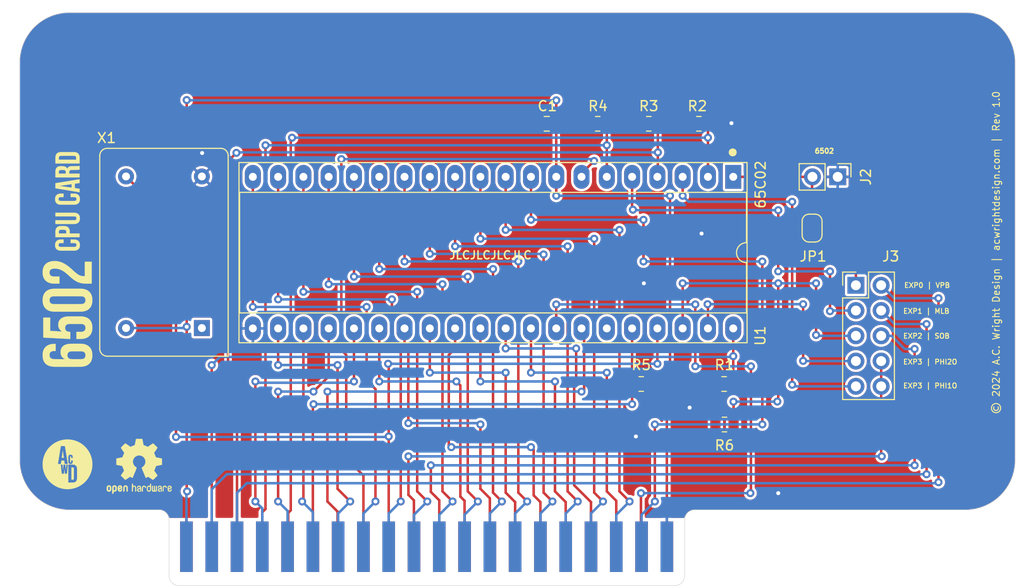
<source format=kicad_pcb>
(kicad_pcb (version 20241229) (generator "pcbnew") (generator_version "9.0")
  (title_block (title "6502 CPU Card") (date "2024-07-03") (rev "1.0") (company "A.C. Wright Design"))
  (layers (0 "F.Cu" signal "Top") (2 "B.Cu" signal "Bottom") (13 "F.Paste" user) (15 "B.Paste" user) (5 "F.SilkS" user "F.Silkscreen") (7 "B.SilkS" user "B.Silkscreen") (1 "F.Mask" user) (3 "B.Mask" user) (25 "Edge.Cuts" user))
  (net 0 "")
  (net 1 "D7")
  (net 2 "PHI2")
  (net 3 "D0")
  (net 4 "A2")
  (net 5 "RWB")
  (net 6 "A4")
  (net 7 "D6")
  (net 8 "A13")
  (net 9 "A7")
  (net 10 "A6")
  (net 11 "A15")
  (net 12 "A8")
  (net 13 "A0")
  (net 14 "D4")
  (net 15 "D3")
  (net 16 "A1")
  (net 17 "D5")
  (net 18 "A14")
  (net 19 "A5")
  (net 20 "SYNC")
  (net 21 "D2")
  (net 22 "A10")
  (net 23 "A9")
  (net 24 "D1")
  (net 25 "GND")
  (net 26 "VCC")
  (net 27 "BE")
  (net 28 "RDY")
  (net 29 "A11")
  (net 30 "EXP1")
  (net 31 "EXP2")
  (net 32 "EXP3")
  (net 33 "A12")
  (net 34 "EXP0")
  (net 36 "VPB")
  (net 37 "PHI1O")
  (net 38 "A3")
  (net 39 "NMIB")
  (net 40 "IRQB")
  (net 41 "RESB")
  (net 42 "SOB")
  (net 43 "PHI2O")
  (net 44 "MLB")
  (footprint "Resistor_SMD:R_0805_2012Metric" (layer "F.Cu") (at 169.2675 113.538 180)
    (property "Reference" "R1")
    (property "Value" "1k" (hide yes))
  )
  (footprint "Resistor_SMD:R_0805_2012Metric" (layer "F.Cu") (at 161.6945 87.376 180)
    (property "Reference" "R3")
    (property "Value" "1k" (hide yes))
  )
  (footprint "Resistor_SMD:R_0805_2012Metric" (layer "F.Cu") (at 160.9325 113.538)
    (property "Reference" "R5")
    (property "Value" "1k" (hide yes))
  )
  (footprint "6502 Parts:6502 Card Edge" (layer "F.Cu") (at 115.25 132.44)
    (property "Reference" "J1" (hide yes))
    (property "Value" "6502 Card Edge" (hide yes))
  )
  (footprint "Package_DIP:DIP-40_W15.24mm_Socket_LongPads" (layer "F.Cu") (at 170.18 92.71 -90)
    (property "Reference" "U1")
    (property "Value" "65C02")
  )
  (footprint "A.C. Wright Logo:A.C. Wright Logo 5mm" (layer "F.Cu") (at 103.3011 121.6136)
    (property "Reference" "G***" (hide yes))
    (property "Value" "LOGO" (hide yes))
  )
  (footprint "6502 Logos:6502 CPU Card Logo 5mm" (layer "F.Cu") (at 103.30081 99.306447 90)
    (property "Reference" "G***" (hide yes))
    (property "Value" "LOGO" (hide yes))
  )
  (footprint "Resistor_SMD:R_0805_2012Metric" (layer "F.Cu") (at 166.7275 87.376 180)
    (property "Reference" "R2")
    (property "Value" "1k" (hide yes))
  )
  (footprint "Resistor_SMD:R_0805_2012Metric" (layer "F.Cu") (at 156.5675 87.376 180)
    (property "Reference" "R4")
    (property "Value" "1k" (hide yes))
  )
  (footprint "Capacitor_SMD:C_0805_2012Metric" (layer "F.Cu") (at 151.445 87.376 180)
    (property "Reference" "C1")
    (property "Value" "100nF" (hide yes))
  )
  (footprint "Connector_PinHeader_2.54mm:PinHeader_1x02_P2.54mm_Vertical" (layer "F.Cu") (at 180.6761 92.7136 -90)
    (property "Reference" "J2")
    (property "Value" "Conn_01x02" (hide yes))
  )
  (footprint "Jumper:SolderJumper-2_P1.3mm_Open_RoundedPad1.0x1.5mm" (layer "F.Cu") (at 178.1011 97.8636 90)
    (property "Reference" "JP1")
    (property "Value" "SolderJumper_2_Open" (hide yes))
  )
  (footprint "Symbol:OSHW-Logo2_7.3x6mm_SilkScreen" (layer "F.Cu") (at 110.5011 121.8136)
    (property "Reference" "REF**" (hide yes))
    (property "Value" "OSHW-Logo2_7.3x6mm_SilkScreen" (hide yes))
  )
  (footprint "Oscillator:Oscillator_DIP-14" (layer "F.Cu") (at 116.8011 107.9136 90)
    (property "Reference" "X1")
    (property "Value" "OCXO-14" (hide yes))
  )
  (footprint "Resistor_SMD:R_0805_2012Metric" (layer "F.Cu") (at 169.3011 117.6136 180)
    (property "Reference" "R6")
    (property "Value" "1k" (hide yes))
  )
  (footprint "Connector_PinHeader_2.54mm:PinHeader_2x05_P2.54mm_Vertical" (layer "F.Cu") (at 182.5011 103.6136)
    (property "Reference" "J3")
    (property "Value" "Conn_02x05_Odd_Even" (hide yes))
  )
  (gr_circle (center 170.1271 90.2526) (end 170.3271 90.2526) (stroke (width 0.4)) (fill no) (layer "F.SilkS"))
  (gr_line (start 165.3011 132.8136) (end 165.3011 127.1936) (stroke (width 0.05)) (layer "Edge.Cuts"))
  (gr_line (start 166.3011 126.1936) (end 193.5011 126.1936) (stroke (width 0.05)) (layer "Edge.Cuts"))
  (gr_line (start 198.5011 121.1936) (end 198.5011 81.1936) (stroke (width 0.05)) (layer "Edge.Cuts"))
  (gr_arc (start 112.5011 126.1936) (mid 113.208207 126.486493) (end 113.5011 127.1936) (stroke (width 0.05)) (layer "Edge.Cuts"))
  (gr_arc (start 103.5011 126.1936) (mid 99.965566 124.729134) (end 98.5011 121.1936) (stroke (width 0.05)) (layer "Edge.Cuts"))
  (gr_arc (start 114.5011 133.8136) (mid 113.793993 133.520707) (end 113.5011 132.8136) (stroke (width 0.05)) (layer "Edge.Cuts"))
  (gr_line (start 103.5011 126.1936) (end 112.5011 126.1936) (stroke (width 0.05)) (layer "Edge.Cuts"))
  (gr_arc (start 198.5011 121.1936) (mid 197.036634 124.729134) (end 193.5011 126.1936) (stroke (width 0.05)) (layer "Edge.Cuts"))
  (gr_line (start 114.5011 133.8136) (end 164.3011 133.8136) (stroke (width 0.05)) (layer "Edge.Cuts"))
  (gr_arc (start 165.3011 132.8136) (mid 165.008207 133.520707) (end 164.3011 133.8136) (stroke (width 0.05)) (layer "Edge.Cuts"))
  (gr_line (start 193.5011 76.1936) (end 103.5011 76.1936) (stroke (width 0.05)) (layer "Edge.Cuts"))
  (gr_line (start 113.5011 127.1936) (end 113.5011 132.8136) (stroke (width 0.05)) (layer "Edge.Cuts"))
  (gr_line (start 98.5011 81.1936) (end 98.5011 121.1936) (stroke (width 0.05)) (layer "Edge.Cuts"))
  (gr_arc (start 165.3011 127.1936) (mid 165.593993 126.486493) (end 166.3011 126.1936) (stroke (width 0.05)) (layer "Edge.Cuts"))
  (gr_arc (start 193.5011 76.1936) (mid 197.036634 77.658066) (end 198.5011 81.1936) (stroke (width 0.05)) (layer "Edge.Cuts"))
  (gr_arc (start 98.5011 81.1936) (mid 99.965566 77.658066) (end 103.5011 76.1936) (stroke (width 0.05)) (layer "Edge.Cuts"))
  (gr_text "EXP3 | PHI2O" (at 187.2011 111.3136 0) (layer "F.SilkS") (effects (font (size 0.5 0.5) (thickness 0.1)) (justify left)))
  (gr_text "EXP2 | SOB" (at 187.2011 108.7136 0) (layer "F.SilkS") (effects (font (size 0.5 0.5) (thickness 0.1)) (justify left)))
  (gr_text "EXP0 | VPB" (at 187.3011 103.6136 0) (layer "F.SilkS") (effects (font (size 0.5 0.5) (thickness 0.1)) (justify left)))
  (gr_text "EXP1 | MLB" (at 187.2011 106.2136 0) (layer "F.SilkS") (effects (font (size 0.5 0.5) (thickness 0.1)) (justify left)))
  (gr_text "© 2024 A.C. Wright Design | acwrightdesign.com | Rev 1.0" (at 196.596 100.33 90) (layer "F.SilkS") (effects (font (size 0.7 0.7) (thickness 0.1))))
  (gr_text "EXP3 | PHI1O" (at 187.2011 113.7136 0) (layer "F.SilkS") (effects (font (size 0.5 0.5) (thickness 0.1)) (justify left)))
  (gr_text "6502" (at 178.3011 90.1136 0) (layer "F.SilkS") (effects (font (size 0.5 0.5) (thickness 0.125)) (justify left)))
  (gr_text "JLCJLCJLCJLC" (at 145.796 100.584 0) (layer "F.SilkS") (effects (font (size 0.8 0.8))))
  (segment (start 134.62 107.95) (end 134.62 113.284) (width 0.25) (layer "F.Cu") (net 1))
  (segment (start 143.19 125.283) (end 143.19 129.9) (width 0.25) (layer "F.Cu") (net 1))
  (segment (start 142.766995 113.683999) (end 142.366996 113.284) (width 0.25) (layer "F.Cu") (net 1))
  (segment (start 142.766995 124.859995) (end 143.19 125.283) (width 0.25) (layer "F.Cu") (net 1))
  (segment (start 142.766995 113.683999) (end 142.766995 124.859995) (width 0.25) (layer "F.Cu") (net 1))
  (segment (start 143.19 129.9) (end 142.766995 129.476995) (width 0.25) (layer "F.Cu") (net 1))
  (via (at 134.62 113.284) (size 0.8) (drill 0.4) (layers "F.Cu" "B.Cu") (net 1))
  (via (at 142.366996 113.284) (size 0.8) (drill 0.4) (layers "F.Cu" "B.Cu") (net 1))
  (segment (start 142.113 113.284) (end 142.366996 113.284) (width 0.25) (layer "B.Cu") (net 1))
  (segment (start 134.62 113.284) (end 142.113 113.284) (width 0.25) (layer "B.Cu") (net 1))
  (segment (start 135.57 118.8136) (end 135.57 111.567004) (width 0.25) (layer "F.Cu") (net 2))
  (segment (start 114.2011 97.6936) (end 114.2011 97.7886) (width 0.25) (layer "F.Cu") (net 2))
  (segment (start 135.57 111.567004) (end 135.509 111.506004) (width 0.25) (layer "F.Cu") (net 2))
  (segment (start 135.57 129.9) (end 135.57 118.8136) (width 0.25) (layer "F.Cu") (net 2))
  (segment (start 109.1811 92.6736) (end 114.2011 97.6936) (width 0.25) (layer "F.Cu") (net 2))
  (segment (start 162.56 107.95) (end 162.56 111.506) (width 0.25) (layer "F.Cu") (net 2))
  (segment (start 114.2011 97.7886) (end 114.2011 118.8636) (width 0.25) (layer "F.Cu") (net 2))
  (via (at 114.2011 118.8636) (size 0.8) (drill 0.4) (layers "F.Cu" "B.Cu") (net 2))
  (via (at 135.57 118.8136) (size 0.8) (drill 0.4) (layers "F.Cu" "B.Cu") (net 2))
  (via (at 162.56 111.506) (size 0.8) (drill 0.4) (layers "F.Cu" "B.Cu") (net 2))
  (via (at 135.509 111.506004) (size 0.8) (drill 0.4) (layers "F.Cu" "B.Cu") (net 2))
  (segment (start 135.509 111.506004) (end 162.559996 111.506004) (width 0.25) (layer "B.Cu") (net 2))
  (segment (start 162.559996 111.506004) (end 162.56 111.506) (width 0.25) (layer "B.Cu") (net 2))
  (segment (start 114.2011 118.8636) (end 135.52 118.8636) (width 0.25) (layer "B.Cu") (net 2))
  (segment (start 135.52 118.8636) (end 135.57 118.8136) (width 0.25) (layer "B.Cu") (net 2))
  (segment (start 160.909 129.839) (end 160.97 129.9) (width 0.25) (layer "F.Cu") (net 3))
  (segment (start 166.37 105.537) (end 166.37 111.76) (width 0.25) (layer "F.Cu") (net 3))
  (segment (start 171.9011 124.5136) (end 171.958 124.4567) (width 0.25) (layer "F.Cu") (net 3))
  (segment (start 152.4 107.95) (end 152.4 105.537) (width 0.25) (layer "F.Cu") (net 3))
  (segment (start 160.909 124.5136) (end 160.909 129.839) (width 0.25) (layer "F.Cu") (net 3))
  (segment (start 171.958 124.4567) (end 171.958 111.76) (width 0.25) (layer "F.Cu") (net 3))
  (via (at 166.37 105.537) (size 0.8) (drill 0.4) (layers "F.Cu" "B.Cu") (net 3))
  (via (at 171.9011 124.5136) (size 0.8) (drill 0.4) (layers "F.Cu" "B.Cu") (net 3))
  (via (at 160.909 124.5136) (size 0.8) (drill 0.4) (layers "F.Cu" "B.Cu") (net 3))
  (via (at 171.958 111.76) (size 0.8) (drill 0.4) (layers "F.Cu" "B.Cu") (net 3))
  (via (at 152.4 105.537) (size 0.8) (drill 0.4) (layers "F.Cu" "B.Cu") (net 3))
  (via (at 166.37 111.76) (size 0.8) (drill 0.4) (layers "F.Cu" "B.Cu") (net 3))
  (segment (start 152.4 105.537) (end 164.574766 105.537) (width 0.25) (layer "B.Cu") (net 3))
  (segment (start 164.574766 105.537) (end 166.37 105.537) (width 0.25) (layer "B.Cu") (net 3))
  (segment (start 171.9011 124.5136) (end 160.909 124.5136) (width 0.25) (layer "B.Cu") (net 3))
  (segment (start 166.37 111.76) (end 171.958 111.76) (width 0.25) (layer "B.Cu") (net 3))
  (segment (start 144.78 98.933) (end 144.78 92.71) (width 0.25) (layer "F.Cu") (net 4))
  (segment (start 156.21 124.46) (end 156.21 98.933) (width 0.25) (layer "F.Cu") (net 4))
  (segment (start 157.099 125.349) (end 156.21 124.46) (width 0.25) (layer "F.Cu") (net 4))
  (via (at 144.78 98.933) (size 0.8) (drill 0.4) (layers "F.Cu" "B.Cu") (net 4))
  (via (at 156.21 98.933) (size 0.8) (drill 0.4) (layers "F.Cu" "B.Cu") (net 4))
  (via (at 157.099 125.349) (size 0.8) (drill 0.4) (layers "F.Cu" "B.Cu") (net 4))
  (segment (start 155.89 129.9) (end 155.89 126.558) (width 0.25) (layer "B.Cu") (net 4))
  (segment (start 155.89 126.558) (end 157.099 125.349) (width 0.25) (layer "B.Cu") (net 4))
  (segment (start 156.21 98.933) (end 144.78 98.933) (width 0.25) (layer "B.Cu") (net 4))
  (segment (start 130.429 126.365) (end 129.413 125.349) (width 0.25) (layer "F.Cu") (net 5))
  (segment (start 155.2011 108.2111) (end 154.94 107.95) (width 0.25) (layer "F.Cu") (net 5))
  (segment (start 154.94 114.3) (end 155.2011 114.0389) (width 0.25) (layer "F.Cu") (net 5))
  (segment (start 130.429 129.839) (end 130.429 126.365) (width 0.25) (layer "F.Cu") (net 5))
  (segment (start 130.49 129.9) (end 130.429 129.839) (width 0.25) (layer "F.Cu") (net 5))
  (segment (start 155.2011 114.0389) (end 155.2011 108.2111) (width 0.25) (layer "F.Cu") (net 5))
  (segment (start 129.413 125.349) (end 129.413 114.3) (width 0.25) (layer "F.Cu") (net 5))
  (via (at 154.94 114.3) (size 0.8) (drill 0.4) (layers "F.Cu" "B.Cu") (net 5))
  (via (at 129.413 114.3) (size 0.8) (drill 0.4) (layers "F.Cu" "B.Cu") (net 5))
  (segment (start 129.413 114.3) (end 154.94 114.3) (width 0.25) (layer "B.Cu") (net 5))
  (segment (start 151.13 124.46) (end 152.019 125.349) (width 0.25) (layer "F.Cu") (net 6))
  (segment (start 151.13 100.5136) (end 151.13 124.46) (width 0.25) (layer "F.Cu") (net 6))
  (segment (start 139.7 92.71) (end 139.7 100.457) (width 0.25) (layer "F.Cu") (net 6))
  (via (at 139.7 100.457) (size 0.8) (drill 0.4) (layers "F.Cu" "B.Cu") (net 6))
  (via (at 151.13 100.5136) (size 0.8) (drill 0.4) (layers "F.Cu" "B.Cu") (net 6))
  (via (at 152.019 125.349) (size 0.8) (drill 0.4) (layers "F.Cu" "B.Cu") (net 6))
  (segment (start 151.0734 100.457) (end 139.7 100.457) (width 0.25) (layer "B.Cu") (net 6))
  (segment (start 150.81 129.9) (end 150.81 126.558) (width 0.25) (layer "B.Cu") (net 6))
  (segment (start 150.81 126.558) (end 152.019 125.349) (width 0.25) (layer "B.Cu") (net 6))
  (segment (start 151.13 100.5136) (end 151.0734 100.457) (width 0.25) (layer "B.Cu") (net 6))
  (segment (start 145.73 125.029) (end 145.73 129.9) (width 0.25) (layer "F.Cu") (net 7))
  (segment (start 144.78 124.079) (end 145.73 125.029) (width 0.25) (layer "F.Cu") (net 7))
  (segment (start 137.16 109.474) (end 137.541 109.855) (width 0.25) (layer "F.Cu") (net 7))
  (segment (start 137.541 109.855) (end 137.541 117.475) (width 0.25) (layer "F.Cu") (net 7))
  (segment (start 144.78 117.602) (end 144.78 124.079) (width 0.25) (layer "F.Cu") (net 7))
  (segment (start 137.16 107.95) (end 137.16 109.474) (width 0.25) (layer "F.Cu") (net 7))
  (via (at 144.78 117.602) (size 0.8) (drill 0.4) (layers "F.Cu" "B.Cu") (net 7))
  (via (at 137.541 117.475) (size 0.8) (drill 0.4) (layers "F.Cu" "B.Cu") (net 7))
  (segment (start 137.541 117.475) (end 144.653 117.475) (width 0.25) (layer "B.Cu") (net 7))
  (segment (start 144.653 117.475) (end 144.78 117.602) (width 0.25) (layer "B.Cu") (net 7))
  (segment (start 127 125.222) (end 126.873 125.349) (width 0.25) (layer "F.Cu") (net 8))
  (segment (start 127 107.95) (end 127 125.222) (width 0.25) (layer "F.Cu") (net 8))
  (via (at 126.873 125.349) (size 0.8) (drill 0.4) (layers "F.Cu" "B.Cu") (net 8))
  (segment (start 127.95 126.426) (end 126.873 125.349) (width 0.25) (layer "B.Cu") (net 8))
  (segment (start 127.95 129.9) (end 127.95 126.426) (width 0.25) (layer "B.Cu") (net 8))
  (segment (start 143.51 124.333) (end 143.51 102.74301) (width 0.25) (layer "F.Cu") (net 9))
  (segment (start 144.526 125.349) (end 143.51 124.333) (width 0.25) (layer "F.Cu") (net 9))
  (segment (start 132.08 92.71) (end 132.08 102.743) (width 0.25) (layer "F.Cu") (net 9))
  (via (at 144.526 125.349) (size 0.8) (drill 0.4) (layers "F.Cu" "B.Cu") (net 9))
  (via (at 132.08 102.743) (size 0.8) (drill 0.4) (layers "F.Cu" "B.Cu") (net 9))
  (via (at 143.51 102.74301) (size 0.8) (drill 0.4) (layers "F.Cu" "B.Cu") (net 9))
  (segment (start 143.19 126.685) (end 144.526 125.349) (width 0.25) (layer "B.Cu") (net 9))
  (segment (start 143.50999 102.743) (end 143.51 102.74301) (width 0.25) (layer "B.Cu") (net 9))
  (segment (start 132.08 102.743) (end 143.50999 102.743) (width 0.25) (layer "B.Cu") (net 9))
  (segment (start 143.19 129.9) (end 143.19 126.685) (width 0.25) (layer "B.Cu") (net 9))
  (segment (start 146.939 125.349) (end 146.05 124.46) (width 0.25) (layer "F.Cu") (net 10))
  (segment (start 134.62 92.71) (end 134.62 101.981) (width 0.25) (layer "F.Cu") (net 10))
  (segment (start 146.05 124.46) (end 146.05 101.981) (width 0.25) (layer "F.Cu") (net 10))
  (via (at 134.62 101.981) (size 0.8) (drill 0.4) (layers "F.Cu" "B.Cu") (net 10))
  (via (at 146.939 125.349) (size 0.8) (drill 0.4) (layers "F.Cu" "B.Cu") (net 10))
  (via (at 146.05 101.981) (size 0.8) (drill 0.4) (layers "F.Cu" "B.Cu") (net 10))
  (segment (start 145.73 126.558) (end 146.939 125.349) (width 0.25) (layer "B.Cu") (net 10))
  (segment (start 134.62 101.981) (end 146.05 101.981) (width 0.25) (layer "B.Cu") (net 10))
  (segment (start 145.73 129.9) (end 145.73 126.558) (width 0.25) (layer "B.Cu") (net 10))
  (segment (start 122.174002 113.284002) (end 122.174 113.284) (width 0.25) (layer "F.Cu") (net 11))
  (segment (start 132.08 107.95) (end 132.08 113.284) (width 0.25) (layer "F.Cu") (net 11))
  (segment (start 122.174002 125.349) (end 122.174002 113.284002) (width 0.25) (layer "F.Cu") (net 11))
  (via (at 132.08 113.284) (size 0.8) (drill 0.4) (layers "F.Cu" "B.Cu") (net 11))
  (via (at 122.174002 125.349) (size 0.8) (drill 0.4) (layers "F.Cu" "B.Cu") (net 11))
  (via (at 122.174 113.284) (size 0.8) (drill 0.4) (layers "F.Cu" "B.Cu") (net 11))
  (segment (start 122.87 129.9) (end 122.87 126.044998) (width 0.25) (layer "B.Cu") (net 11))
  (segment (start 131.953 113.411) (end 122.301 113.411) (width 0.25) (layer "B.Cu") (net 11))
  (segment (start 122.301 113.411) (end 122.174 113.284) (width 0.25) (layer "B.Cu") (net 11))
  (segment (start 132.08 113.284) (end 131.953 113.411) (width 0.25) (layer "B.Cu") (net 11))
  (segment (start 122.87 126.044998) (end 122.174002 125.349) (width 0.25) (layer "B.Cu") (net 11))
  (segment (start 140.970001 124.333001) (end 140.970001 103.505005) (width 0.25) (layer "F.Cu") (net 12))
  (segment (start 141.986 125.349) (end 140.970001 124.333001) (width 0.25) (layer "F.Cu") (net 12))
  (segment (start 129.54 92.71) (end 129.54 103.505) (width 0.25) (layer "F.Cu") (net 12))
  (via (at 140.970001 103.505005) (size 0.8) (drill 0.4) (layers "F.Cu" "B.Cu") (net 12))
  (via (at 141.986 125.349) (size 0.8) (drill 0.4) (layers "F.Cu" "B.Cu") (net 12))
  (via (at 129.54 103.505) (size 0.8) (drill 0.4) (layers "F.Cu" "B.Cu") (net 12))
  (segment (start 140.969996 103.505) (end 140.970001 103.505005) (width 0.25) (layer "B.Cu") (net 12))
  (segment (start 140.65 126.685) (end 141.986 125.349) (width 0.25) (layer "B.Cu") (net 12))
  (segment (start 140.65 129.9) (end 140.65 126.685) (width 0.25) (layer "B.Cu") (net 12))
  (segment (start 129.54 103.505) (end 140.969996 103.505) (width 0.25) (layer "B.Cu") (net 12))
  (segment (start 161.163 101.219) (end 161.163 97.028) (width 0.25) (layer "F.Cu") (net 13))
  (segment (start 173.101 117.602) (end 173.101 101.219) (width 0.25) (layer "F.Cu") (net 13))
  (segment (start 162.306 125.349) (end 162.306 124.783315) (width 0.25) (layer "F.Cu") (net 13))
  (segment (start 162.306 124.783315) (end 162.306 117.601999) (width 0.25) (layer "F.Cu") (net 13))
  (segment (start 149.86 97.028) (end 149.86 92.71) (width 0.25) (layer "F.Cu") (net 13))
  (via (at 161.163 97.028) (size 0.8) (drill 0.4) (layers "F.Cu" "B.Cu") (net 13))
  (via (at 173.101 117.602) (size 0.8) (drill 0.4) (layers "F.Cu" "B.Cu") (net 13))
  (via (at 161.163 101.219) (size 0.8) (drill 0.4) (layers "F.Cu" "B.Cu") (net 13))
  (via (at 162.306 125.349) (size 0.8) (drill 0.4) (layers "F.Cu" "B.Cu") (net 13))
  (via (at 173.101 101.219) (size 0.8) (drill 0.4) (layers "F.Cu" "B.Cu") (net 13))
  (via (at 149.86 97.028) (size 0.8) (drill 0.4) (layers "F.Cu" "B.Cu") (net 13))
  (via (at 162.306 117.601999) (size 0.8) (drill 0.4) (layers "F.Cu" "B.Cu") (net 13))
  (segment (start 173.101 117.602) (end 172.535314 117.601999) (width 0.25) (layer "B.Cu") (net 13))
  (segment (start 161.163 97.028) (end 149.86 97.028) (width 0.25) (layer "B.Cu") (net 13))
  (segment (start 160.97 126.685) (end 162.306 125.349) (width 0.25) (layer "B.Cu") (net 13))
  (segment (start 172.535314 117.601999) (end 162.306 117.601999) (width 0.25) (layer "B.Cu") (net 13))
  (segment (start 173.101 101.219) (end 161.163 101.219) (width 0.25) (layer "B.Cu") (net 13))
  (segment (start 160.97 129.9) (end 160.97 126.685) (width 0.25) (layer "B.Cu") (net 13))
  (segment (start 142.24 107.95) (end 142.24 109.982) (width 0.25) (layer "F.Cu") (net 14))
  (segment (start 141.605 119.634) (end 141.859 119.888) (width 0.25) (layer "F.Cu") (net 14))
  (segment (start 141.605 110.617) (end 141.605 119.634) (width 0.25) (layer "F.Cu") (net 14))
  (segment (start 150.81 125.41) (end 150.81 129.9) (width 0.25) (layer "F.Cu") (net 14))
  (segment (start 149.86 119.888) (end 150.131001 120.159001) (width 0.25) (layer "F.Cu") (net 14))
  (segment (start 150.131001 124.731001) (end 150.81 125.41) (width 0.25) (layer "F.Cu") (net 14))
  (segment (start 142.24 109.982) (end 141.605 110.617) (width 0.25) (layer "F.Cu") (net 14))
  (segment (start 150.131001 120.159001) (end 150.131001 124.731001) (width 0.25) (layer "F.Cu") (net 14))
  (via (at 141.859 119.888) (size 0.8) (drill 0.4) (layers "F.Cu" "B.Cu") (net 14))
  (via (at 149.86 119.888) (size 0.8) (drill 0.4) (layers "F.Cu" "B.Cu") (net 14))
  (segment (start 141.859 119.888) (end 149.86 119.888) (width 0.25) (layer "B.Cu") (net 14))
  (segment (start 153.35 125.41) (end 153.35 129.9) (width 0.25) (layer "F.Cu") (net 15))
  (segment (start 152.273 113.284) (end 152.273 124.333) (width 0.25) (layer "F.Cu") (net 15))
  (segment (start 152.273 124.333) (end 153.35 125.41) (width 0.25) (layer "F.Cu") (net 15))
  (segment (start 144.78 107.95) (end 144.78 113.284) (width 0.25) (layer "F.Cu") (net 15))
  (via (at 144.78 113.284) (size 0.8) (drill 0.4) (layers "F.Cu" "B.Cu") (net 15))
  (via (at 152.273 113.284) (size 0.8) (drill 0.4) (layers "F.Cu" "B.Cu") (net 15))
  (segment (start 144.78 113.284) (end 152.273 113.284) (width 0.25) (layer "B.Cu") (net 15))
  (segment (start 158.75 124.333) (end 158.75 98.044) (width 0.25) (layer "F.Cu") (net 16))
  (segment (start 147.32 98.044) (end 147.32 92.71) (width 0.25) (layer "F.Cu") (net 16))
  (segment (start 159.766 125.349) (end 158.75 124.333) (width 0.25) (layer "F.Cu") (net 16))
  (via (at 159.766 125.349) (size 0.8) (drill 0.4) (layers "F.Cu" "B.Cu") (net 16))
  (via (at 147.32 98.044) (size 0.8) (drill 0.4) (layers "F.Cu" "B.Cu") (net 16))
  (via (at 158.75 98.044) (size 0.8) (drill 0.4) (layers "F.Cu" "B.Cu") (net 16))
  (segment (start 158.43 129.9) (end 158.43 126.685) (width 0.25) (layer "B.Cu") (net 16))
  (segment (start 158.75 98.044) (end 147.32 98.044) (width 0.25) (layer "B.Cu") (net 16))
  (segment (start 158.43 126.685) (end 159.766 125.349) (width 0.25) (layer "B.Cu") (net 16))
  (segment (start 147.32 112.395) (end 147.32 124.46) (width 0.25) (layer "F.Cu") (net 17))
  (segment (start 148.27 125.41) (end 148.27 129.9) (width 0.25) (layer "F.Cu") (net 17))
  (segment (start 139.7 107.95) (end 139.7 112.395) (width 0.25) (layer "F.Cu") (net 17))
  (segment (start 147.32 124.46) (end 148.27 125.41) (width 0.25) (layer "F.Cu") (net 17))
  (via (at 139.7 112.395) (size 0.8) (drill 0.4) (layers "F.Cu" "B.Cu") (net 17))
  (via (at 147.32 112.395) (size 0.8) (drill 0.4) (layers "F.Cu" "B.Cu") (net 17))
  (segment (start 139.7 112.395) (end 147.32 112.395) (width 0.25) (layer "B.Cu") (net 17))
  (segment (start 129.54 112.776) (end 128.016 114.3) (width 0.25) (layer "F.Cu") (net 18))
  (segment (start 124.46 125.348994) (end 124.459994 125.349) (width 0.25) (layer "F.Cu") (net 18))
  (segment (start 124.46 114.3) (end 124.46 125.348994) (width 0.25) (layer "F.Cu") (net 18))
  (segment (start 129.54 107.95) (end 129.54 112.776) (width 0.25) (layer "F.Cu") (net 18))
  (via (at 128.016 114.3) (size 0.8) (drill 0.4) (layers "F.Cu" "B.Cu") (net 18))
  (via (at 124.46 114.3) (size 0.8) (drill 0.4) (layers "F.Cu" "B.Cu") (net 18))
  (via (at 124.459994 125.349) (size 0.8) (drill 0.4) (layers "F.Cu" "B.Cu") (net 18))
  (segment (start 125.41 129.9) (end 125.41 126.299006) (width 0.25) (layer "B.Cu") (net 18))
  (segment (start 124.46 114.3) (end 128.016 114.3) (width 0.25) (layer "B.Cu") (net 18))
  (segment (start 125.41 126.299006) (end 124.459994 125.349) (width 0.25) (layer "B.Cu") (net 18))
  (segment (start 149.479 125.349) (end 148.59 124.46) (width 0.25) (layer "F.Cu") (net 19))
  (segment (start 137.16 92.71) (end 137.16 101.219004) (width 0.25) (layer "F.Cu") (net 19))
  (segment (start 148.59 124.46) (end 148.59 101.218998) (width 0.25) (layer "F.Cu") (net 19))
  (via (at 149.479 125.349) (size 0.8) (drill 0.4) (layers "F.Cu" "B.Cu") (net 19))
  (via (at 137.16 101.219004) (size 0.8) (drill 0.4) (layers "F.Cu" "B.Cu") (net 19))
  (via (at 148.59 101.218998) (size 0.8) (drill 0.4) (layers "F.Cu" "B.Cu") (net 19))
  (segment (start 148.27 126.558) (end 149.479 125.349) (width 0.25) (layer "B.Cu") (net 19))
  (segment (start 137.16 101.219004) (end 148.589994 101.219004) (width 0.25) (layer "B.Cu") (net 19))
  (segment (start 148.589994 101.219004) (end 148.59 101.218998) (width 0.25) (layer "B.Cu") (net 19))
  (segment (start 148.27 129.9) (end 148.27 126.558) (width 0.25) (layer "B.Cu") (net 19))
  (segment (start 133.03 129.9) (end 132.97299 129.84299) (width 0.25) (layer "F.Cu") (net 20))
  (segment (start 130.81 90.932) (end 130.81 110.1225) (width 0.25) (layer "F.Cu") (net 20))
  (segment (start 155.0011 92.7711) (end 154.94 92.71) (width 0.25) (layer "F.Cu") (net 20))
  (segment (start 154.94 92.3747) (end 154.94 92.71) (width 0.25) (layer "F.Cu") (net 20))
  (segment (start 131.3011 110.6136) (end 131.3011 121.0136) (width 0.25) (layer "F.Cu") (net 20))
  (segment (start 133.03 122.7425) (end 133.03 129.9) (width 0.25) (layer "F.Cu") (net 20))
  (segment (start 130.81 110.1225) (end 131.3011 110.6136) (width 0.25) (layer "F.Cu") (net 20))
  (segment (start 131.3011 121.0136) (end 133.03 122.7425) (width 0.25) (layer "F.Cu") (net 20))
  (segment (start 156.2011 91.1136) (end 154.94 92.3747) (width 0.25) (layer "F.Cu") (net 20))
  (via (at 130.81 90.932) (size 0.8) (drill 0.4) (layers "F.Cu" "B.Cu") (net 20))
  (via (at 156.2011 91.1136) (size 0.8) (drill 0.4) (layers "F.Cu" "B.Cu") (net 20))
  (segment (start 156.2011 91.1136) (end 156.0195 90.932) (width 0.25) (layer "B.Cu") (net 20))
  (segment (start 156.0195 90.932) (end 130.81 90.932) (width 0.25) (layer "B.Cu") (net 20))
  (segment (start 155.89 125.41) (end 155.89 129.9) (width 0.25) (layer "F.Cu") (net 21))
  (segment (start 147.32 107.95) (end 147.32 109.965) (width 0.25) (layer "F.Cu") (net 21))
  (segment (start 154.2011 113.2136) (end 154.2011 123.7211) (width 0.25) (layer "F.Cu") (net 21))
  (segment (start 154.4011 113.0136) (end 154.2011 113.2136) (width 0.25) (layer "F.Cu") (net 21))
  (segment (start 154.2011 123.7211) (end 155.89 125.41) (width 0.25) (layer "F.Cu") (net 21))
  (segment (start 154.4011 109.965) (end 154.4011 113.0136) (width 0.25) (layer "F.Cu") (net 21))
  (via (at 147.32 109.965) (size 0.8) (drill 0.4) (layers "F.Cu" "B.Cu") (net 21))
  (via (at 154.4011 109.965) (size 0.8) (drill 0.4) (layers "F.Cu" "B.Cu") (net 21))
  (segment (start 147.32 109.965) (end 154.4011 109.965) (width 0.25) (layer "B.Cu") (net 21))
  (segment (start 124.46 92.71) (end 124.46 105.029) (width 0.25) (layer "F.Cu") (net 22))
  (segment (start 136.779 110.109) (end 135.89 109.22) (width 0.25) (layer "F.Cu") (net 22))
  (segment (start 136.779 125.349) (end 136.779 110.109) (width 0.25) (layer "F.Cu") (net 22))
  (segment (start 135.89 109.22) (end 135.89 105.028996) (width 0.25) (layer "F.Cu") (net 22))
  (via (at 124.46 105.029) (size 0.8) (drill 0.4) (layers "F.Cu" "B.Cu") (net 22))
  (via (at 136.779 125.349) (size 0.8) (drill 0.4) (layers "F.Cu" "B.Cu") (net 22))
  (via (at 135.89 105.028996) (size 0.8) (drill 0.4) (layers "F.Cu" "B.Cu") (net 22))
  (segment (start 135.57 129.9) (end 135.57 126.558) (width 0.25) (layer "B.Cu") (net 22))
  (segment (start 135.889996 105.029) (end 135.89 105.028996) (width 0.25) (layer "B.Cu") (net 22))
  (segment (start 135.57 126.558) (end 136.779 125.349) (width 0.25) (layer "B.Cu") (net 22))
  (segment (start 124.46 105.029) (end 135.889996 105.029) (width 0.25) (layer "B.Cu") (net 22))
  (segment (start 138.43 124.333) (end 138.43 104.266998) (width 0.25) (layer "F.Cu") (net 23))
  (segment (start 139.446 125.349) (end 138.43 124.333) (width 0.25) (layer "F.Cu") (net 23))
  (segment (start 127 92.71) (end 127 104.267) (width 0.25) (layer "F.Cu") (net 23))
  (via (at 127 104.267) (size 0.8) (drill 0.4) (layers "F.Cu" "B.Cu") (net 23))
  (via (at 139.446 125.349) (size 0.8) (drill 0.4) (layers "F.Cu" "B.Cu") (net 23))
  (via (at 138.43 104.266998) (size 0.8) (drill 0.4) (layers "F.Cu" "B.Cu") (net 23))
  (segment (start 138.11 129.9) (end 138.11 126.685) (width 0.25) (layer "B.Cu") (net 23))
  (segment (start 138.11 126.685) (end 139.446 125.349) (width 0.25) (layer "B.Cu") (net 23))
  (segment (start 127 104.267) (end 138.429998 104.267) (width 0.25) (layer "B.Cu") (net 23))
  (segment (start 138.429998 104.267) (end 138.43 104.266998) (width 0.25) (layer "B.Cu") (net 23))
  (segment (start 158.43 125.283) (end 158.43 129.9) (width 0.25) (layer "F.Cu") (net 24))
  (segment (start 157.48 112.395) (end 157.48 124.333) (width 0.25) (layer "F.Cu") (net 24))
  (segment (start 149.86 107.95) (end 149.86 112.395) (width 0.25) (layer "F.Cu") (net 24))
  (segment (start 157.48 124.333) (end 158.43 125.283) (width 0.25) (layer "F.Cu") (net 24))
  (via (at 149.86 112.395) (size 0.8) (drill 0.4) (layers "F.Cu" "B.Cu") (net 24))
  (via (at 157.48 112.395) (size 0.8) (drill 0.4) (layers "F.Cu" "B.Cu") (net 24))
  (segment (start 149.86 112.395) (end 157.48 112.395) (width 0.25) (layer "B.Cu") (net 24))
  (segment (start 115.25 129.9) (end 115.25 125.542) (width 0.25) (layer "F.Cu") (net 25))
  (via (at 116.8261 90.3136) (size 0.8) (drill 0.4) (layers "F.Cu" "B.Cu") (net 25))
  (via (at 165.8011 115.9136) (size 0.8) (drill 0.4) (layers "F.Cu" "B.Cu") (net 25))
  (via (at 174.7011 124.5136) (size 0.8) (drill 0.4) (layers "F.Cu" "B.Cu") (net 25))
  (via (at 170.0011 87.3136) (size 0.8) (drill 0.4) (layers "F.Cu" "B.Cu") (net 25))
  (via (at 161.2011 103.4136) (size 0.8) (drill 0.4) (layers "F.Cu" "B.Cu") (net 25))
  (via (at 160.4011 118.8136) (size 0.8) (drill 0.4) (layers "F.Cu" "B.Cu") (net 25))
  (via (at 167.0011 98.4136) (size 0.8) (drill 0.4) (layers "F.Cu" "B.Cu") (net 25))
  (segment (start 163.51 129.9) (end 163.51 125.542) (width 0.25) (layer "B.Cu") (net 25))
  (segment (start 161.845 113.538) (end 163.576 113.538) (width 0.25) (layer "F.Cu") (net 26))
  (segment (start 115.2761 124.2931) (end 115.316 124.333) (width 0.25) (layer "F.Cu") (net 26))
  (segment (start 168.355 117.58) (end 168.3886 117.6136) (width 0.25) (layer "F.Cu") (net 26))
  (segment (start 164.164 85.979) (end 162.433 85.979) (width 0.25) (layer "F.Cu") (net 26))
  (segment (start 152.4 87.63) (end 155.655 87.63) (width 0.25) (layer "F.Cu") (net 26))
  (segment (start 159.258 86.106) (end 157.179 86.106) (width 0.25) (layer "F.Cu") (net 26))
  (segment (start 163.51 113.604) (end 163.576 113.538) (width 0.25) (layer "F.Cu") (net 26))
  (segment (start 115.2761 84.9886) (end 115.2761 107.7886) (width 0.25) (layer "F.Cu") (net 26))
  (segment (start 152.4 87.63) (end 152.4 92.71) (width 0.25) (layer "F.Cu") (net 26))
  (segment (start 163.576 113.538) (end 163.83 113.538) (width 0.25) (layer "F.Cu") (net 26))
  (segment (start 165.815 87.63) (end 164.164 85.979) (width 0.25) (layer "F.Cu") (net 26))
  (segment (start 162.433 85.979) (end 160.782 87.63) (width 0.25) (layer "F.Cu") (net 26))
  (segment (start 160.782 87.63) (end 159.258 86.106) (width 0.25) (layer "F.Cu") (net 26))
  (segment (start 157.179 86.106) (end 155.655 87.63) (width 0.25) (layer "F.Cu") (net 26))
  (segment (start 163.83 113.538) (end 168.355 113.538) (width 0.25) (layer "F.Cu") (net 26))
  (segment (start 115.2761 107.7886) (end 115.2761 124.2931) (width 0.25) (layer "F.Cu") (net 26))
  (segment (start 168.355 113.538) (end 168.355 117.58) (width 0.25) (layer "F.Cu") (net 26))
  (segment (start 163.83 113.538) (end 163.83 94.615) (width 0.25) (layer "F.Cu") (net 26))
  (segment (start 152.4 92.71) (end 152.4 94.615) (width 0.25) (layer "F.Cu") (net 26))
  (segment (start 152.4 87.63) (end 152.4 85.014704) (width 0.25) (layer "F.Cu") (net 26))
  (segment (start 163.51 129.9) (end 163.51 113.604) (width 0.25) (layer "F.Cu") (net 26))
  (via (at 115.2761 107.7886) (size 0.8) (drill 0.4) (layers "F.Cu" "B.Cu") (net 26))
  (via (at 163.83 94.615) (size 0.8) (drill 0.4) (layers "F.Cu" "B.Cu") (net 26))
  (via (at 152.4 85.014704) (size 0.8) (drill 0.4) (layers "F.Cu" "B.Cu") (net 26))
  (via (at 115.316 124.333) (size 0.8) (drill 0.4) (layers "F.Cu" "B.Cu") (net 26))
  (via (at 152.4 94.615) (size 0.8) (drill 0.4) (layers "F.Cu" "B.Cu") (net 26))
  (via (at 115.2761 84.9886) (size 0.8) (drill 0.4) (layers "F.Cu" "B.Cu") (net 26))
  (segment (start 152.4 94.615) (end 163.83 94.615) (width 0.25) (layer "B.Cu") (net 26))
  (segment (start 115.25 129.9) (end 115.25 124.399) (width 0.25) (layer "B.Cu") (net 26))
  (segment (start 109.1811 107.9136) (end 115.1511 107.9136) (width 0.25) (layer "B.Cu") (net 26))
  (segment (start 115.25 124.399) (end 115.316 124.333) (width 0.25) (layer "B.Cu") (net 26))
  (segment (start 115.1511 107.9136) (end 115.2761 107.7886) (width 0.25) (layer "B.Cu") (net 26))
  (segment (start 152.348296 84.963) (end 152.4 85.014704) (width 0.25) (layer "B.Cu") (net 26))
  (segment (start 115.302204 85.014704) (end 115.2761 84.9886) (width 0.25) (layer "B.Cu") (net 26))
  (segment (start 152.4 85.014704) (end 115.302204 85.014704) (width 0.25) (layer "B.Cu") (net 26))
  (segment (start 160.02 115.57) (end 160.02 113.538) (width 0.25) (layer "F.Cu") (net 27))
  (segment (start 160.02 113.538) (end 160.02 107.95) (width 0.25) (layer "F.Cu") (net 27))
  (segment (start 127.95 115.636) (end 128.016 115.57) (width 0.25) (layer "F.Cu") (net 27))
  (segment (start 127.95 129.9) (end 127.95 115.636) (width 0.25) (layer "F.Cu") (net 27))
  (via (at 128.016 115.57) (size 0.8) (drill 0.4) (layers "F.Cu" "B.Cu") (net 27))
  (via (at 160.02 115.57) (size 0.8) (drill 0.4) (layers "F.Cu" "B.Cu") (net 27))
  (segment (start 160.02 115.57) (end 128.27 115.57) (width 0.25) (layer "B.Cu") (net 27))
  (segment (start 128.27 115.57) (end 128.016 115.57) (width 0.25) (layer "B.Cu") (net 27))
  (segment (start 125.73 88.9) (end 125.857 88.773) (width 0.25) (layer "F.Cu") (net 28))
  (segment (start 167.64 92.71) (end 167.64 88.772998) (width 0.25) (layer "F.Cu") (net 28))
  (segment (start 125.476 129.834) (end 125.476 126.492) (width 0.25) (layer "F.Cu") (net 28))
  (segment (start 167.64 88.772998) (end 167.64 87.376) (width 0.25) (layer "F.Cu") (net 28))
  (segment (start 125.41 129.9) (end 125.476 129.834) (width 0.25) (layer "F.Cu") (net 28))
  (segment (start 125.73 126.238) (end 125.73 88.9) (width 0.25) (layer "F.Cu") (net 28))
  (segment (start 125.476 126.492) (end 125.73 126.238) (width 0.25) (layer "F.Cu") (net 28))
  (via (at 125.857 88.773) (size 0.8) (drill 0.4) (layers "F.Cu" "B.Cu") (net 28))
  (via (at 167.64 88.772998) (size 0.8) (drill 0.4) (layers "F.Cu" "B.Cu") (net 28))
  (segment (start 125.857 88.773) (end 167.639998 88.773) (width 0.25) (layer "B.Cu") (net 28))
  (segment (start 167.639998 88.773) (end 167.64 88.772998) (width 0.25) (layer "B.Cu") (net 28))
  (segment (start 121.92 92.71) (end 121.92 105.790998) (width 0.25) (layer "F.Cu") (net 29))
  (segment (start 121.92 105.790998) (end 121.920002 105.791) (width 0.25) (layer "F.Cu") (net 29))
  (segment (start 134.239 125.349) (end 134.239 114.046) (width 0.25) (layer "F.Cu") (net 29))
  (segment (start 133.35 113.157) (end 133.35 105.79099) (width 0.25) (layer "F.Cu") (net 29))
  (segment (start 134.239 114.046) (end 133.35 113.157) (width 0.25) (layer "F.Cu") (net 29))
  (via (at 121.920002 105.791) (size 0.8) (drill 0.4) (layers "F.Cu" "B.Cu") (net 29))
  (via (at 133.35 105.79099) (size 0.8) (drill 0.4) (layers "F.Cu" "B.Cu") (net 29))
  (via (at 134.239 125.349) (size 0.8) (drill 0.4) (layers "F.Cu" "B.Cu") (net 29))
  (segment (start 133.03 129.9) (end 133.03 126.558) (width 0.25) (layer "B.Cu") (net 29))
  (segment (start 121.920012 105.79099) (end 121.920002 105.791) (width 0.25) (layer "B.Cu") (net 29))
  (segment (start 133.35 105.79099) (end 121.920012 105.79099) (width 0.25) (layer "B.Cu") (net 29))
  (segment (start 133.03 126.558) (end 134.239 125.349) (width 0.25) (layer "B.Cu") (net 29))
  (segment (start 189.6011 122.6136) (end 189.6011 107.5136) (width 0.25) (layer "F.Cu") (net 30))
  (via (at 189.6011 107.5136) (size 0.8) (drill 0.4) (layers "F.Cu" "B.Cu") (net 30))
  (via (at 189.6011 122.6136) (size 0.8) (drill 0.4) (layers "F.Cu" "B.Cu") (net 30))
  (segment (start 189.6011 107.5136) (end 186.4011 107.5136) (width 0.25) (layer "B.Cu") (net 30))
  (segment (start 119.3011 122.6136) (end 119.1011 122.8136) (width 0.25) (layer "B.Cu") (net 30))
  (segment (start 117.79 124.1247) (end 119.1011 122.8136) (width 0.25) (layer "B.Cu") (net 30))
  (segment (start 189.6011 122.6136) (end 119.3011 122.6136) (width 0.25) (layer "B.Cu") (net 30))
  (segment (start 117.79 129.9) (end 117.79 124.1247) (width 0.25) (layer "B.Cu") (net 30))
  (segment (start 186.4011 107.5136) (end 185.0411 106.1536) (width 0.25) (layer "B.Cu") (net 30))
  (segment (start 139.8011 124.3886) (end 139.8011 121.713596) (width 0.25) (layer "F.Cu") (net 31))
  (segment (start 140.65 125.2375) (end 139.8011 124.3886) (width 0.25) (layer "F.Cu") (net 31))
  (segment (start 188.4011 121.7136) (end 188.4011 110.0136) (width 0.25) (layer "F.Cu") (net 31))
  (segment (start 140.65 129.9) (end 140.65 125.2375) (width 0.25) (layer "F.Cu") (net 31))
  (via (at 139.8011 121.713596) (size 0.8) (drill 0.4) (layers "F.Cu" "B.Cu") (net 31))
  (via (at 188.4011 110.0136) (size 0.8) (drill 0.4) (layers "F.Cu" "B.Cu") (net 31))
  (via (at 188.4011 121.7136) (size 0.8) (drill 0.4) (layers "F.Cu" "B.Cu") (net 31))
  (segment (start 188.4011 110.0136) (end 187.4011 110.0136) (width 0.25) (layer "B.Cu") (net 31))
  (segment (start 188.401096 121.713596) (end 139.8011 121.713596) (width 0.25) (layer "B.Cu") (net 31))
  (segment (start 188.4011 121.7136) (end 188.401096 121.713596) (width 0.25) (layer "B.Cu") (net 31))
  (segment (start 187.4011 110.0136) (end 186.0811 108.6936) (width 0.25) (layer "B.Cu") (net 31))
  (segment (start 186.0811 108.6936) (end 185.0411 108.6936) (width 0.25) (layer "B.Cu") (net 31))
  (segment (start 185.0411 113.7736) (end 185.0411 120.7536) (width 0.25) (layer "F.Cu") (net 32))
  (segment (start 185.0411 111.2336) (end 185.0411 113.7736) (width 0.25) (layer "F.Cu") (net 32))
  (segment (start 138.1011 129.8911) (end 138.1011 125.2386) (width 0.25) (layer "F.Cu") (net 32))
  (segment (start 138.1011 125.2386) (end 137.5511 124.6886) (width 0.25) (layer "F.Cu") (net 32))
  (segment (start 137.5511 124.6886) (end 137.5511 120.8136) (width 0.25) (layer "F.Cu") (net 32))
  (segment (start 185.0411 120.7536) (end 185.1011 120.8136) (width 0.25) (layer "F.Cu") (net 32))
  (segment (start 138.11 129.9) (end 138.1011 129.8911) (width 0.25) (layer "F.Cu") (net 32))
  (via (at 185.1011 120.8136) (size 0.8) (drill 0.4) (layers "F.Cu" "B.Cu") (net 32))
  (via (at 137.5511 120.8136) (size 0.8) (drill 0.4) (layers "F.Cu" "B.Cu") (net 32))
  (segment (start 137.5511 120.8136) (end 185.1011 120.8136) (width 0.25) (layer "B.Cu") (net 32))
  (segment (start 124.46 107.95) (end 124.46 111.633) (width 0.25) (layer "F.Cu") (net 33))
  (segment (start 130.429 111.633) (end 130.429 124.079) (width 0.25) (layer "F.Cu") (net 33))
  (segment (start 130.429 124.079) (end 131.699 125.349) (width 0.25) (layer "F.Cu") (net 33))
  (via (at 131.699 125.349) (size 0.8) (drill 0.4) (layers "F.Cu" "B.Cu") (net 33))
  (via (at 130.429 111.633) (size 0.8) (drill 0.4) (layers "F.Cu" "B.Cu") (net 33))
  (via (at 124.46 111.633) (size 0.8) (drill 0.4) (layers "F.Cu" "B.Cu") (net 33))
  (segment (start 124.46 111.633) (end 130.429 111.633) (width 0.25) (layer "B.Cu") (net 33))
  (segment (start 130.49 126.558) (end 131.699 125.349) (width 0.25) (layer "B.Cu") (net 33))
  (segment (start 130.49 129.9) (end 130.49 126.558) (width 0.25) (layer "B.Cu") (net 33))
  (segment (start 190.8011 123.4136) (end 190.8011 104.9136) (width 0.25) (layer "F.Cu") (net 34))
  (via (at 190.8011 123.4136) (size 0.8) (drill 0.4) (layers "F.Cu" "B.Cu") (net 34))
  (via (at 190.8011 104.9136) (size 0.8) (drill 0.4) (layers "F.Cu" "B.Cu") (net 34))
  (segment (start 190.7011 123.5136) (end 190.8011 123.4136) (width 0.25) (layer "B.Cu") (net 34))
  (segment (start 120.33 124.4847) (end 121.3011 123.5136) (width 0.25) (layer "B.Cu") (net 34))
  (segment (start 186.3411 104.9136) (end 185.0411 103.6136) (width 0.25) (layer "B.Cu") (net 34))
  (segment (start 190.8011 104.9136) (end 186.3411 104.9136) (width 0.25) (layer "B.Cu") (net 34))
  (segment (start 120.33 129.9) (end 120.33 124.4847) (width 0.25) (layer "B.Cu") (net 34))
  (segment (start 121.3011 123.5136) (end 190.7011 123.5136) (width 0.25) (layer "B.Cu") (net 34))
  (segment (start 170.2011 92.7311) (end 170.18 92.71) (width 0.25) (layer "F.Cu") (net 36))
  (segment (start 182.5011 98.8136) (end 182.5011 103.6136) (width 0.25) (layer "F.Cu") (net 36))
  (segment (start 178.1011 92.9136) (end 178.1011 97.2136) (width 0.25) (layer "F.Cu") (net 36))
  (segment (start 180.9011 97.2136) (end 182.5011 98.8136) (width 0.25) (layer "F.Cu") (net 36))
  (segment (start 178.1361 92.8786) (end 178.1011 92.9136) (width 0.25) (layer "F.Cu") (net 36))
  (segment (start 178.1011 97.2136) (end 180.9011 97.2136) (width 0.25) (layer "F.Cu") (net 36))
  (segment (start 178.1361 92.7136) (end 178.1361 92.8786) (width 0.25) (layer "F.Cu") (net 36))
  (segment (start 178.1325 92.71) (end 178.1361 92.7136) (width 0.25) (layer "F.Cu") (net 36))
  (segment (start 170.18 92.71) (end 178.1325 92.71) (width 0.25) (layer "F.Cu") (net 36))
  (segment (start 165.1 94.6136) (end 165.1 92.71) (width 0.25) (layer "F.Cu") (net 37))
  (segment (start 176.1011 113.6136) (end 176.1011 95.2136) (width 0.25) (layer "F.Cu") (net 37))
  (via (at 176.1011 113.6136) (size 0.8) (drill 0.4) (layers "F.Cu" "B.Cu") (net 37))
  (via (at 176.1011 95.2136) (size 0.8) (drill 0.4) (layers "F.Cu" "B.Cu") (net 37))
  (via (at 165.1 94.6136) (size 0.8) (drill 0.4) (layers "F.Cu" "B.Cu") (net 37))
  (segment (start 165.7 95.2136) (end 165.1 94.6136) (width 0.25) (layer "B.Cu") (net 37))
  (segment (start 176.2611 113.7736) (end 176.1011 113.6136) (width 0.25) (layer "B.Cu") (net 37))
  (segment (start 182.5011 113.7736) (end 176.2611 113.7736) (width 0.25) (layer "B.Cu") (net 37))
  (segment (start 176.1011 95.2136) (end 165.7 95.2136) (width 0.25) (layer "B.Cu") (net 37))
  (segment (start 142.24 92.71) (end 142.24 99.694996) (width 0.25) (layer "F.Cu") (net 38))
  (segment (start 154.559 125.349) (end 153.542999 124.332999) (width 0.25) (layer "F.Cu") (net 38))
  (segment (start 142.24 99.694996) (end 142.239996 99.695) (width 0.25) (layer "F.Cu") (net 38))
  (segment (start 153.542999 124.332999) (end 153.542999 99.694999) (width 0.25) (layer "F.Cu") (net 38))
  (via (at 153.542999 99.694999) (size 0.8) (drill 0.4) (layers "F.Cu" "B.Cu") (net 38))
  (via (at 142.239996 99.695) (size 0.8) (drill 0.4) (layers "F.Cu" "B.Cu") (net 38))
  (via (at 154.559 125.349) (size 0.8) (drill 0.4) (layers "F.Cu" "B.Cu") (net 38))
  (segment (start 142.239996 99.695) (end 153.542998 99.695) (width 0.25) (layer "B.Cu") (net 38))
  (segment (start 153.35 126.558) (end 154.559 125.349) (width 0.25) (layer "B.Cu") (net 38))
  (segment (start 153.542998 99.695) (end 153.542999 99.694999) (width 0.25) (layer "B.Cu") (net 38))
  (segment (start 153.35 129.9) (end 153.35 126.558) (width 0.25) (layer "B.Cu") (net 38))
  (segment (start 157.48 89.535) (end 157.48 92.71) (width 0.25) (layer "F.Cu") (net 39))
  (segment (start 123.190001 126.110999) (end 123.190001 89.535001) (width 0.25) (layer "F.Cu") (net 39))
  (segment (start 157.48 87.63) (end 157.48 89.535) (width 0.25) (layer "F.Cu") (net 39))
  (segment (start 157.48 89.535) (end 157.480008 89.535) (width 0.25) (layer "F.Cu") (net 39))
  (segment (start 122.87 126.431) (end 123.190001 126.110999) (width 0.25) (layer "F.Cu") (net 39))
  (segment (start 122.87 129.9) (end 122.87 126.431) (width 0.25) (layer "F.Cu") (net 39))
  (via (at 123.190001 89.535001) (size 0.8) (drill 0.4) (layers "F.Cu" "B.Cu") (net 39))
  (via (at 157.480008 89.535) (size 0.8) (drill 0.4) (layers "F.Cu" "B.Cu") (net 39))
  (segment (start 156.914322 89.535001) (end 123.190001 89.535001) (width 0.25) (layer "B.Cu") (net 39))
  (segment (start 157.480008 89.535) (end 156.914322 89.535001) (width 0.25) (layer "B.Cu") (net 39))
  (segment (start 120.33 129.9) (end 120.33 113.3425) (width 0.25) (layer "F.Cu") (net 40))
  (segment (start 120.33 113.3425) (end 119.4261 112.4386) (width 0.25) (layer "F.Cu") (net 40))
  (segment (start 119.4261 112.4386) (end 119.4261 91.1399) (width 0.25) (layer "F.Cu") (net 40))
  (segment (start 119.4261 91.1399) (end 120.268999 90.297001) (width 0.25) (layer "F.Cu") (net 40))
  (segment (start 162.607 90.249996) (end 162.607 92.663) (width 0.25) (layer "F.Cu") (net 40))
  (segment (start 162.607 92.663) (end 162.56 92.71) (width 0.25) (layer "F.Cu") (net 40))
  (segment (start 162.56 90.296996) (end 162.607 90.249996) (width 0.25) (layer "F.Cu") (net 40))
  (segment (start 162.607 87.63) (end 162.607 90.249996) (width 0.25) (layer "F.Cu") (net 40))
  (via (at 162.607 90.249996) (size 0.8) (drill 0.4) (layers "F.Cu" "B.Cu") (net 40))
  (via (at 120.268999 90.297001) (size 0.8) (drill 0.4) (layers "F.Cu" "B.Cu") (net 40))
  (segment (start 120.316004 90.249996) (end 120.268999 90.297001) (width 0.25) (layer "B.Cu") (net 40))
  (segment (start 162.607 90.249996) (end 120.316004 90.249996) (width 0.25) (layer "B.Cu") (net 40))
  (segment (start 170.18 107.95) (end 170.18 113.538) (width 0.25) (layer "F.Cu") (net 41))
  (segment (start 117.79 111.6386) (end 117.79 130.217301) (width 0.25) (layer "F.Cu") (net 41))
  (segment (start 117.79 130.217301) (end 117.832567 130.259868) (width 0.25) (layer "F.Cu") (net 41))
  (via (at 170.18 110.744002) (size 0.8) (drill 0.4) (layers "F.Cu" "B.Cu") (net 41))
  (via (at 117.79 111.6386) (size 0.8) (drill 0.4) (layers "F.Cu" "B.Cu") (net 41))
  (segment (start 118.615 110.8136) (end 170.110402 110.8136) (width 0.25) (layer "B.Cu") (net 41))
  (segment (start 170.110402 110.8136) (end 170.18 110.744002) (width 0.25) (layer "B.Cu") (net 41))
  (segment (start 117.79 111.6386) (end 118.615 110.8136) (width 0.25) (layer "B.Cu") (net 41))
  (segment (start 165.1 105.884932) (end 165.1 107.95) (width 0.25) (layer "F.Cu") (net 42))
  (segment (start 170.2011 115.3136) (end 170.2136 115.3261) (width 0.25) (layer "F.Cu") (net 42))
  (segment (start 170.2136 115.3261) (end 170.2136 117.6136) (width 0.25) (layer "F.Cu") (net 42))
  (segment (start 165.1011 105.883832) (end 165.1 105.884932) (width 0.25) (layer "F.Cu") (net 42))
  (segment (start 178.5011 103.4136) (end 178.5011 108.6136) (width 0.25) (layer "F.Cu") (net 42))
  (segment (start 165.1011 103.4136) (end 165.1011 105.883832) (width 0.25) (layer "F.Cu") (net 42))
  (segment (start 174.7011 115.2136) (end 174.6117 115.303) (width 0.25) (layer "F.Cu") (net 42))
  (segment (start 174.7011 103.4136) (end 174.7011 115.2136) (width 0.25) (layer "F.Cu") (net 42))
  (via (at 170.2011 115.3136) (size 0.8) (drill 0.4) (layers "F.Cu" "B.Cu") (net 42))
  (via (at 178.5011 108.6136) (size 0.8) (drill 0.4) (layers "F.Cu" "B.Cu") (net 42))
  (via (at 165.1011 103.4136) (size 0.8) (drill 0.4) (layers "F.Cu" "B.Cu") (net 42))
  (via (at 178.5011 103.4136) (size 0.8) (drill 0.4) (layers "F.Cu" "B.Cu") (net 42))
  (via (at 174.6117 115.303) (size 0.8) (drill 0.4) (layers "F.Cu" "B.Cu") (net 42))
  (via (at 174.7011 103.4136) (size 0.8) (drill 0.4) (layers "F.Cu" "B.Cu") (net 42))
  (segment (start 170.2011 115.3136) (end 174.6011 115.3136) (width 0.25) (layer "B.Cu") (net 42))
  (segment (start 174.7011 103.4136) (end 178.5011 103.4136) (width 0.25) (layer "B.Cu") (net 42))
  (segment (start 178.5011 108.6136) (end 178.5811 108.6936) (width 0.25) (layer "B.Cu") (net 42))
  (segment (start 174.7011 103.4136) (end 165.1011 103.4136) (width 0.25) (layer "B.Cu") (net 42))
  (segment (start 178.5811 108.6936) (end 182.5011 108.6936) (width 0.25) (layer "B.Cu") (net 42))
  (segment (start 174.6011 115.3136) (end 174.6117 115.303) (width 0.25) (layer "B.Cu") (net 42))
  (segment (start 177.2011 105.8136) (end 177.2011 111.2136) (width 0.25) (layer "F.Cu") (net 43))
  (segment (start 167.64 107.95) (end 167.64 105.5525) (width 0.25) (layer "F.Cu") (net 43))
  (segment (start 167.64 105.5525) (end 167.6011 105.5136) (width 0.25) (layer "F.Cu") (net 43))
  (segment (start 177.2011 105.5136) (end 177.2011 105.8136) (width 0.25) (layer "F.Cu") (net 43))
  (via (at 167.6011 105.5136) (size 0.8) (drill 0.4) (layers "F.Cu" "B.Cu") (net 43))
  (via (at 177.2011 111.2136) (size 0.8) (drill 0.4) (layers "F.Cu" "B.Cu") (net 43))
  (via (at 177.2011 105.5136) (size 0.8) (drill 0.4) (layers "F.Cu" "B.Cu") (net 43))
  (segment (start 168.1011 105.5136) (end 177.2011 105.5136) (width 0.25) (layer "B.Cu") (net 43))
  (segment (start 177.2011 111.2136) (end 177.2211 111.2336) (width 0.25) (layer "B.Cu") (net 43))
  (segment (start 167.6011 105.5136) (end 168.1011 105.5136) (width 0.25) (layer "B.Cu") (net 43))
  (segment (start 177.2211 111.2336) (end 182.5011 111.2336) (width 0.25) (layer "B.Cu") (net 43))
  (segment (start 179.9011 103.0136) (end 179.9011 106.2136) (width 0.25) (layer "F.Cu") (net 44))
  (segment (start 174.7011 96.0656) (end 174.7011 102.2136) (width 0.25) (layer "F.Cu") (net 44))
  (segment (start 160.02 95.9325) (end 160.1011 96.0136) (width 0.25) (layer "F.Cu") (net 44))
  (segment (start 179.9011 102.2136) (end 179.9011 103.0136) (width 0.25) (layer "F.Cu") (net 44))
  (segment (start 160.02 92.71) (end 160.02 95.9325) (width 0.25) (layer "F.Cu") (net 44))
  (via (at 179.9011 102.2136) (size 0.8) (drill 0.4) (layers "F.Cu" "B.Cu") (net 44))
  (via (at 160.1011 96.0136) (size 0.8) (drill 0.4) (layers "F.Cu" "B.Cu") (net 44))
  (via (at 179.9011 106.2136) (size 0.8) (drill 0.4) (layers "F.Cu" "B.Cu") (net 44))
  (via (at 174.7011 102.2136) (size 0.8) (drill 0.4) (layers "F.Cu" "B.Cu") (net 44))
  (via (at 174.7011 96.0656) (size 0.8) (drill 0.4) (layers "F.Cu" "B.Cu") (net 44))
  (segment (start 174.7011 102.2136) (end 175.7011 102.2136) (width 0.25) (layer "B.Cu") (net 44))
  (segment (start 160.1011 96.0136) (end 160.1531 96.0656) (width 0.25) (layer "B.Cu") (net 44))
  (segment (start 179.9611 106.1536) (end 182.5011 106.1536) (width 0.25) (layer "B.Cu") (net 44))
  (segment (start 175.7011 102.2136) (end 179.9011 102.2136) (width 0.25) (layer "B.Cu") (net 44))
  (segment (start 179.9011 106.2136) (end 179.9611 106.1536) (width 0.25) (layer "B.Cu") (net 44))
  (segment (start 160.1531 96.0656) (end 174.7011 96.0656) (width 0.25) (layer "B.Cu") (net 44))
  (zone (net 25) (net_name "GND") (layer "F.Cu") (connect_pads (clearance 0.254)) (min_thickness 0.254) (fill yes (thermal_gap 0.254) (thermal_bridge_width 0.254))
    (polygon (pts (xy 199.39 127) (xy 96.52 127) (xy 96.52 74.93) (xy 199.39 74.93)))
  )
  (zone (net 25) (net_name "GND") (layer "B.Cu") (connect_pads (clearance 0.254)) (min_thickness 0.254) (fill yes (thermal_gap 0.254) (thermal_bridge_width 0.254))
    (polygon (pts (xy 199.39 127) (xy 96.52 127) (xy 96.52 74.93) (xy 199.39 74.93)))
  )
)
</source>
